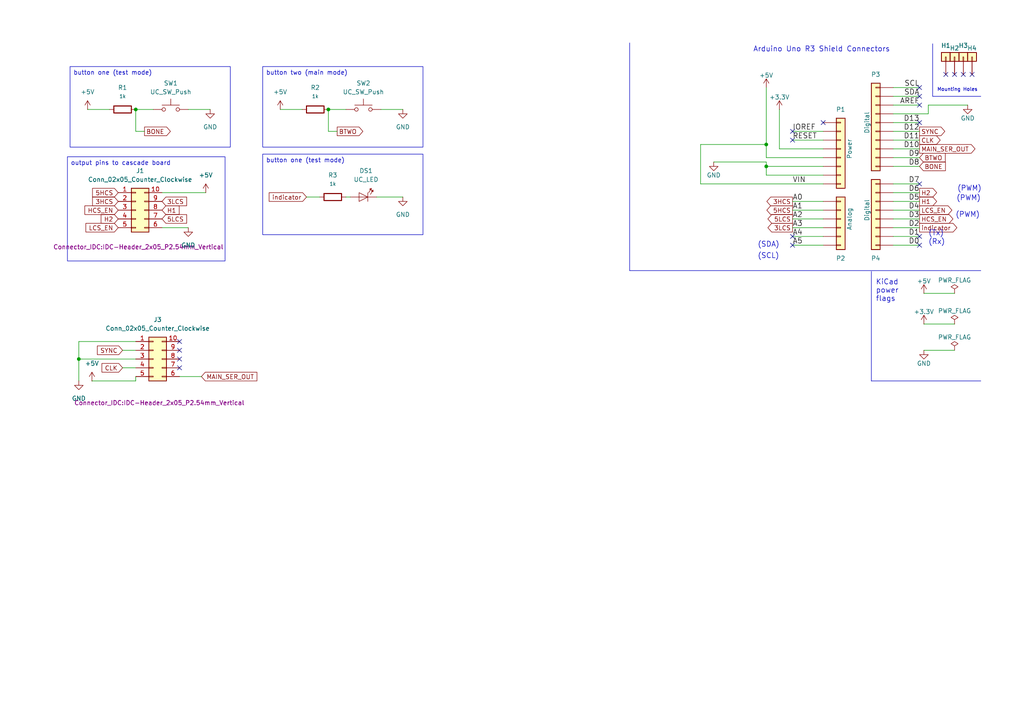
<source format=kicad_sch>
(kicad_sch (version 20250114) (generator "eeschema") (generator_version "9.0")
  (paper "A4")
  (title_block (title "[Your project name here]") (date "2025-01-15") (rev "D") (company "[Your name here]") (comment 1 "(UC Arduino Shield Template by Richard Lane & Allan McInnes)"))
  (lib_symbols
    (symbol "Conn_01x01_1" (pin_numbers (hide yes)) (pin_names (offset 1.016) (hide yes))
      (property "Reference" "J" (at 0 2.54 0))
      (property "Value" "Conn_01x01" (at 0 -2.54 0))
      (symbol "Conn_01x01_1_1_1"
        (rectangle (start -1.27 1.27) (end 1.27 -1.27) (stroke (width 0.254)) (fill (type background)))
        (rectangle (start -1.27 0.127) (end 0 -0.127) (stroke (width 0.1524)))
        (pin passive line (at -5.08 0 0) (length 3.81) (name "Pin_1") (number "1"))
      )
    )
    (symbol "Conn_01x01_2" (pin_numbers (hide yes)) (pin_names (offset 1.016) (hide yes))
      (property "Reference" "J" (at 0 2.54 0))
      (property "Value" "Conn_01x01" (at 0 -2.54 0))
      (symbol "Conn_01x01_2_1_1"
        (rectangle (start -1.27 1.27) (end 1.27 -1.27) (stroke (width 0.254)) (fill (type background)))
        (rectangle (start -1.27 0.127) (end 0 -0.127) (stroke (width 0.1524)))
        (pin passive line (at -5.08 0 0) (length 3.81) (name "Pin_1") (number "1"))
      )
    )
    (symbol "Conn_01x01_3" (pin_numbers (hide yes)) (pin_names (offset 1.016) (hide yes))
      (property "Reference" "J" (at 0 2.54 0))
      (property "Value" "Conn_01x01" (at 0 -2.54 0))
      (symbol "Conn_01x01_3_1_1"
        (rectangle (start -1.27 1.27) (end 1.27 -1.27) (stroke (width 0.254)) (fill (type background)))
        (rectangle (start -1.27 0.127) (end 0 -0.127) (stroke (width 0.1524)))
        (pin passive line (at -5.08 0 0) (length 3.81) (name "Pin_1") (number "1"))
      )
    )
    (symbol "Conn_01x08_1" (pin_numbers (hide yes)) (pin_names (offset 1.016) (hide yes))
      (property "Reference" "J" (at 0 10.16 0))
      (property "Value" "Conn_01x08" (at 0 -12.7 0))
      (symbol "Conn_01x08_1_1_1"
        (rectangle (start -1.27 8.89) (end 1.27 -11.43) (stroke (width 0.254)) (fill (type background)))
        (rectangle (start -1.27 7.747) (end 0 7.493) (stroke (width 0.1524)))
        (rectangle (start -1.27 5.207) (end 0 4.953) (stroke (width 0.1524)))
        (rectangle (start -1.27 2.667) (end 0 2.413) (stroke (width 0.1524)))
        (rectangle (start -1.27 0.127) (end 0 -0.127) (stroke (width 0.1524)))
        (rectangle (start -1.27 -2.413) (end 0 -2.667) (stroke (width 0.1524)))
        (rectangle (start -1.27 -4.953) (end 0 -5.207) (stroke (width 0.1524)))
        (rectangle (start -1.27 -7.493) (end 0 -7.747) (stroke (width 0.1524)))
        (rectangle (start -1.27 -10.033) (end 0 -10.287) (stroke (width 0.1524)))
        (pin passive line (at -5.08 7.62 0) (length 3.81) (name "Pin_1") (number "1"))
        (pin passive line (at -5.08 5.08 0) (length 3.81) (name "Pin_2") (number "2"))
        (pin passive line (at -5.08 2.54 0) (length 3.81) (name "Pin_3") (number "3"))
        (pin passive line (at -5.08 0 0) (length 3.81) (name "Pin_4") (number "4"))
        (pin passive line (at -5.08 -2.54 0) (length 3.81) (name "Pin_5") (number "5"))
        (pin passive line (at -5.08 -5.08 0) (length 3.81) (name "Pin_6") (number "6"))
        (pin passive line (at -5.08 -7.62 0) (length 3.81) (name "Pin_7") (number "7"))
        (pin passive line (at -5.08 -10.16 0) (length 3.81) (name "Pin_8") (number "8"))
      )
    )
    (symbol "Connector_Generic:Conn_01x01" (pin_numbers (hide yes)) (pin_names (offset 1.016) (hide yes))
      (property "Reference" "J" (at 0 2.54 0))
      (property "Value" "Conn_01x01" (at 0 -2.54 0))
      (symbol "Conn_01x01_1_1"
        (rectangle (start -1.27 1.27) (end 1.27 -1.27) (stroke (width 0.254)) (fill (type background)))
        (rectangle (start -1.27 0.127) (end 0 -0.127) (stroke (width 0.1524)))
        (pin passive line (at -5.08 0 0) (length 3.81) (name "Pin_1") (number "1"))
      )
    )
    (symbol "Connector_Generic:Conn_01x06" (pin_numbers (hide yes)) (pin_names (offset 1.016) (hide yes))
      (property "Reference" "J" (at 0 7.62 0))
      (property "Value" "Conn_01x06" (at 0 -10.16 0))
      (symbol "Conn_01x06_1_1"
        (rectangle (start -1.27 6.35) (end 1.27 -8.89) (stroke (width 0.254)) (fill (type background)))
        (rectangle (start -1.27 5.207) (end 0 4.953) (stroke (width 0.1524)))
        (rectangle (start -1.27 2.667) (end 0 2.413) (stroke (width 0.1524)))
        (rectangle (start -1.27 0.127) (end 0 -0.127) (stroke (width 0.1524)))
        (rectangle (start -1.27 -2.413) (end 0 -2.667) (stroke (width 0.1524)))
        (rectangle (start -1.27 -4.953) (end 0 -5.207) (stroke (width 0.1524)))
        (rectangle (start -1.27 -7.493) (end 0 -7.747) (stroke (width 0.1524)))
        (pin passive line (at -5.08 5.08 0) (length 3.81) (name "Pin_1") (number "1"))
        (pin passive line (at -5.08 2.54 0) (length 3.81) (name "Pin_2") (number "2"))
        (pin passive line (at -5.08 0 0) (length 3.81) (name "Pin_3") (number "3"))
        (pin passive line (at -5.08 -2.54 0) (length 3.81) (name "Pin_4") (number "4"))
        (pin passive line (at -5.08 -5.08 0) (length 3.81) (name "Pin_5") (number "5"))
        (pin passive line (at -5.08 -7.62 0) (length 3.81) (name "Pin_6") (number "6"))
      )
    )
    (symbol "Connector_Generic:Conn_01x08" (pin_numbers (hide yes)) (pin_names (offset 1.016) (hide yes))
      (property "Reference" "J" (at 0 10.16 0))
      (property "Value" "Conn_01x08" (at 0 -12.7 0))
      (symbol "Conn_01x08_1_1"
        (rectangle (start -1.27 8.89) (end 1.27 -11.43) (stroke (width 0.254)) (fill (type background)))
        (rectangle (start -1.27 7.747) (end 0 7.493) (stroke (width 0.1524)))
        (rectangle (start -1.27 5.207) (end 0 4.953) (stroke (width 0.1524)))
        (rectangle (start -1.27 2.667) (end 0 2.413) (stroke (width 0.1524)))
        (rectangle (start -1.27 0.127) (end 0 -0.127) (stroke (width 0.1524)))
        (rectangle (start -1.27 -2.413) (end 0 -2.667) (stroke (width 0.1524)))
        (rectangle (start -1.27 -4.953) (end 0 -5.207) (stroke (width 0.1524)))
        (rectangle (start -1.27 -7.493) (end 0 -7.747) (stroke (width 0.1524)))
        (rectangle (start -1.27 -10.033) (end 0 -10.287) (stroke (width 0.1524)))
        (pin passive line (at -5.08 7.62 0) (length 3.81) (name "Pin_1") (number "1"))
        (pin passive line (at -5.08 5.08 0) (length 3.81) (name "Pin_2") (number "2"))
        (pin passive line (at -5.08 2.54 0) (length 3.81) (name "Pin_3") (number "3"))
        (pin passive line (at -5.08 0 0) (length 3.81) (name "Pin_4") (number "4"))
        (pin passive line (at -5.08 -2.54 0) (length 3.81) (name "Pin_5") (number "5"))
        (pin passive line (at -5.08 -5.08 0) (length 3.81) (name "Pin_6") (number "6"))
        (pin passive line (at -5.08 -7.62 0) (length 3.81) (name "Pin_7") (number "7"))
        (pin passive line (at -5.08 -10.16 0) (length 3.81) (name "Pin_8") (number "8"))
      )
    )
    (symbol "Connector_Generic:Conn_01x10" (pin_numbers (hide yes)) (pin_names (offset 1.016) (hide yes))
      (property "Reference" "J" (at 0 12.7 0))
      (property "Value" "Conn_01x10" (at 0 -15.24 0))
      (symbol "Conn_01x10_1_1"
        (rectangle (start -1.27 11.43) (end 1.27 -13.97) (stroke (width 0.254)) (fill (type background)))
        (rectangle (start -1.27 10.287) (end 0 10.033) (stroke (width 0.1524)))
        (rectangle (start -1.27 7.747) (end 0 7.493) (stroke (width 0.1524)))
        (rectangle (start -1.27 5.207) (end 0 4.953) (stroke (width 0.1524)))
        (rectangle (start -1.27 2.667) (end 0 2.413) (stroke (width 0.1524)))
        (rectangle (start -1.27 0.127) (end 0 -0.127) (stroke (width 0.1524)))
        (rectangle (start -1.27 -2.413) (end 0 -2.667) (stroke (width 0.1524)))
        (rectangle (start -1.27 -4.953) (end 0 -5.207) (stroke (width 0.1524)))
        (rectangle (start -1.27 -7.493) (end 0 -7.747) (stroke (width 0.1524)))
        (rectangle (start -1.27 -10.033) (end 0 -10.287) (stroke (width 0.1524)))
        (rectangle (start -1.27 -12.573) (end 0 -12.827) (stroke (width 0.1524)))
        (pin passive line (at -5.08 10.16 0) (length 3.81) (name "Pin_1") (number "1"))
        (pin passive line (at -5.08 7.62 0) (length 3.81) (name "Pin_2") (number "2"))
        (pin passive line (at -5.08 5.08 0) (length 3.81) (name "Pin_3") (number "3"))
        (pin passive line (at -5.08 2.54 0) (length 3.81) (name "Pin_4") (number "4"))
        (pin passive line (at -5.08 0 0) (length 3.81) (name "Pin_5") (number "5"))
        (pin passive line (at -5.08 -2.54 0) (length 3.81) (name "Pin_6") (number "6"))
        (pin passive line (at -5.08 -5.08 0) (length 3.81) (name "Pin_7") (number "7"))
        (pin passive line (at -5.08 -7.62 0) (length 3.81) (name "Pin_8") (number "8"))
        (pin passive line (at -5.08 -10.16 0) (length 3.81) (name "Pin_9") (number "9"))
        (pin passive line (at -5.08 -12.7 0) (length 3.81) (name "Pin_10") (number "10"))
      )
    )
    (symbol "Connector_Generic:Conn_02x05_Counter_Clockwise" (pin_names (offset 1.016) (hide yes))
      (property "Reference" "J" (at 1.27 7.62 0))
      (property "Value" "Conn_02x05_Counter_Clockwise" (at 1.27 -7.62 0))
      (symbol "Conn_02x05_Counter_Clockwise_1_1"
        (rectangle (start -1.27 6.35) (end 3.81 -6.35) (stroke (width 0.254)) (fill (type background)))
        (rectangle (start -1.27 5.207) (end 0 4.953) (stroke (width 0.1524)))
        (rectangle (start -1.27 2.667) (end 0 2.413) (stroke (width 0.1524)))
        (rectangle (start -1.27 0.127) (end 0 -0.127) (stroke (width 0.1524)))
        (rectangle (start -1.27 -2.413) (end 0 -2.667) (stroke (width 0.1524)))
        (rectangle (start -1.27 -4.953) (end 0 -5.207) (stroke (width 0.1524)))
        (rectangle (start 3.81 5.207) (end 2.54 4.953) (stroke (width 0.1524)))
        (rectangle (start 3.81 2.667) (end 2.54 2.413) (stroke (width 0.1524)))
        (rectangle (start 3.81 0.127) (end 2.54 -0.127) (stroke (width 0.1524)))
        (rectangle (start 3.81 -2.413) (end 2.54 -2.667) (stroke (width 0.1524)))
        (rectangle (start 3.81 -4.953) (end 2.54 -5.207) (stroke (width 0.1524)))
        (pin passive line (at -5.08 5.08 0) (length 3.81) (name "Pin_1") (number "1"))
        (pin passive line (at -5.08 2.54 0) (length 3.81) (name "Pin_2") (number "2"))
        (pin passive line (at -5.08 0 0) (length 3.81) (name "Pin_3") (number "3"))
        (pin passive line (at -5.08 -2.54 0) (length 3.81) (name "Pin_4") (number "4"))
        (pin passive line (at -5.08 -5.08 0) (length 3.81) (name "Pin_5") (number "5"))
        (pin passive line (at 7.62 5.08 180) (length 3.81) (name "Pin_10") (number "10"))
        (pin passive line (at 7.62 2.54 180) (length 3.81) (name "Pin_9") (number "9"))
        (pin passive line (at 7.62 0 180) (length 3.81) (name "Pin_8") (number "8"))
        (pin passive line (at 7.62 -2.54 180) (length 3.81) (name "Pin_7") (number "7"))
        (pin passive line (at 7.62 -5.08 180) (length 3.81) (name "Pin_6") (number "6"))
      )
    )
    (symbol "power:+3.3V" (power) (pin_numbers (hide yes)) (pin_names (offset 0) (hide yes))
      (property "Value" "+3.3V" (at 0 3.556 0))
      (symbol "+3.3V_0_1"
        (polyline (pts (xy -0.762 1.27) (xy 0 2.54)))
        (polyline (pts (xy 0 2.54) (xy 0.762 1.27)))
        (polyline (pts (xy 0 0) (xy 0 2.54)))
      )
      (symbol "+3.3V_1_1"
        (pin power_in line (at 0 0 90) (length 0) (name "~") (number "1"))
      )
    )
    (symbol "power:+5V" (power) (pin_numbers (hide yes)) (pin_names (offset 0) (hide yes))
      (property "Value" "+5V" (at 0 3.556 0))
      (symbol "+5V_0_1"
        (polyline (pts (xy -0.762 1.27) (xy 0 2.54)))
        (polyline (pts (xy 0 2.54) (xy 0.762 1.27)))
        (polyline (pts (xy 0 0) (xy 0 2.54)))
      )
      (symbol "+5V_1_1"
        (pin power_in line (at 0 0 90) (length 0) (name "~") (number "1"))
      )
    )
    (symbol "power:GND" (power) (pin_numbers (hide yes)) (pin_names (offset 0) (hide yes))
      (property "Value" "GND" (at 0 -3.81 0))
      (symbol "GND_0_1"
        (polyline (pts (xy 0 0) (xy 0 -1.27) (xy 1.27 -1.27) (xy 0 -2.54) (xy -1.27 -1.27) (xy 0 -1.27)))
      )
      (symbol "GND_1_1"
        (pin power_in line (at 0 0 270) (length 0) (name "~") (number "1"))
      )
    )
    (symbol "power:PWR_FLAG" (power) (pin_numbers (hide yes)) (pin_names (offset 0) (hide yes))
      (property "Value" "PWR_FLAG" (at 0 3.81 0))
      (symbol "PWR_FLAG_0_0"
        (pin power_out line (at 0 0 90) (length 0) (name "~") (number "1"))
      )
      (symbol "PWR_FLAG_0_1"
        (polyline (pts (xy 0 0) (xy 0 1.27) (xy -1.016 1.905) (xy 0 2.54) (xy 1.016 1.905) (xy 0 1.27)))
      )
    )
    (symbol "power:VCC" (power) (pin_numbers (hide yes)) (pin_names (offset 0) (hide yes))
      (property "Value" "VCC" (at 0 3.556 0))
      (symbol "VCC_0_1"
        (polyline (pts (xy -0.762 1.27) (xy 0 2.54)))
        (polyline (pts (xy 0 2.54) (xy 0.762 1.27)))
        (polyline (pts (xy 0 0) (xy 0 2.54)))
      )
      (symbol "VCC_1_1"
        (pin power_in line (at 0 0 90) (length 0) (name "~") (number "1"))
      )
    )
    (symbol "uc_components:UC_LED" (pin_numbers (hide yes)) (pin_names (offset 0) (hide yes))
      (property "Reference" "DS" (at 0 2.54 0))
      (property "Value" "UC_LED" (at 0 -2.794 0))
      (symbol "UC_LED_0_1"
        (polyline (pts (xy 1.27 1.27) (xy 1.27 -1.27)))
        (polyline (pts (xy 1.27 0) (xy -1.27 1.27) (xy -1.27 -1.27) (xy 1.27 0) (xy -1.27 0) (xy -1.27 0)))
        (polyline (pts (xy 1.524 1.27) (xy 2.286 2.54) (xy 1.778 2.286) (xy 2.286 2.032) (xy 2.286 2.54) (xy 2.286 2.54)) (fill (type outline)))
        (polyline (pts (xy 2.032 0.762) (xy 2.794 2.032) (xy 2.286 1.778) (xy 2.794 1.524) (xy 2.794 2.032) (xy 2.794 2.032)) (fill (type outline)))
      )
      (symbol "UC_LED_1_1"
        (pin passive line (at -3.81 0 0) (length 2.54) (name "A") (number "2"))
        (pin passive line (at 3.81 0 180) (length 2.54) (name "K") (number "1"))
      )
    )
    (symbol "uc_components:UC_R" (pin_numbers (hide yes)) (pin_names (offset 0))
      (property "Reference" "R" (at -1.905 -0.127 90))
      (property "Value" "UC_R" (at 0.127 0 90))
      (symbol "UC_R_0_1"
        (rectangle (start -1.016 2.54) (end 1.016 -2.54) (stroke (width 0.3048)))
      )
      (symbol "UC_R_1_1"
        (pin passive line (at 0 3.81 270) (length 1.27) (name "~") (number "1"))
        (pin passive line (at 0 -3.81 90) (length 1.27) (name "~") (number "2"))
      )
    )
    (symbol "uc_components:UC_SW_Push" (pin_numbers (hide yes)) (pin_names (offset 1.016) (hide yes))
      (property "Reference" "SW" (at 1.27 2.54 0))
      (property "Value" "UC_SW_Push" (at 0 -1.524 0))
      (symbol "UC_SW_Push_0_1"
        (circle (center -2.032 0) (radius 0.508))
        (polyline (pts (xy 0 1.27) (xy 0 3.048)))
        (circle (center 2.032 0) (radius 0.508))
        (polyline (pts (xy 2.54 1.27) (xy -2.54 1.27)))
        (pin passive line (at -5.08 0 0) (length 2.54) (name "1") (number "1"))
        (pin passive line (at 5.08 0 180) (length 2.54) (name "2") (number "2"))
      )
    )
  )
  (text "KiCad \npower \nflags" (at 254 87.63 0) (effects (font (size 1.4986 1.4986)) (justify left bottom)))
  (text "(Tx)" (at 269.24 68.58 0) (effects (font (size 1.4986 1.4986)) (justify left bottom)))
  (text "(Rx)" (at 269.24 71.12 0) (effects (font (size 1.4986 1.4986)) (justify left bottom)))
  (text "Arduino Uno R3 Shield Connectors" (at 218.44 15.24 0) (effects (font (size 1.4986 1.4986)) (justify left bottom)))
  (text "(SCL)" (at 219.71 75.184 0) (effects (font (size 1.4986 1.4986)) (justify left bottom)))
  (text "Mounting Holes" (at 271.78 26.67 0) (effects (font (size 1 1)) (justify left bottom)))
  (text "(SDA)" (at 219.71 71.882 0) (effects (font (size 1.4986 1.4986)) (justify left bottom)))
  (text "(PWM)" (at 277.622 55.626 0) (effects (font (size 1.4986 1.4986)) (justify left bottom)))
  (text "(PWM)" (at 277.114 63.246 0) (effects (font (size 1.4986 1.4986)) (justify left bottom)))
  (text "(PWM)" (at 277.368 58.42 0) (effects (font (size 1.4986 1.4986)) (justify left bottom)))
  (text_box "output pins to cascade board" (at 19.558 45.466 0) (size 45.72 30.226) (margins 0.9525 0.9525 0.9525 0.9525) (effects (font (size 1.27 1.27)) (justify left top)))
  (text_box "button two (main mode)\n" (at 76.2 19.304 0) (size 46.482 23.368) (margins 0.9525 0.9525 0.9525 0.9525) (effects (font (size 1.27 1.27)) (justify left top)))
  (text_box "button one (test mode)\n" (at 20.32 19.304 0) (size 46.482 23.368) (margins 0.9525 0.9525 0.9525 0.9525) (effects (font (size 1.27 1.27)) (justify left top)))
  (text_box "button one (test mode)\n" (at 76.2 44.704 0) (size 46.482 23.368) (margins 0.9525 0.9525 0.9525 0.9525) (effects (font (size 1.27 1.27)) (justify left top)))
  (junction (at 95.25 31.75))
  (junction (at 222.25 41.91))
  (junction (at 222.25 48.26))
  (junction (at 39.37 31.75))
  (junction (at 22.86 104.14))
  (no_connect (at 52.07 106.68))
  (no_connect (at 266.7 35.56))
  (no_connect (at 279.4 21.59))
  (no_connect (at 229.87 68.58))
  (no_connect (at 52.07 99.06))
  (no_connect (at 276.86 21.59))
  (no_connect (at 229.87 38.1))
  (no_connect (at 266.7 30.48))
  (no_connect (at 266.7 68.58))
  (no_connect (at 52.07 101.6))
  (no_connect (at 281.94 21.59))
  (no_connect (at 52.07 104.14))
  (no_connect (at 274.32 21.59))
  (no_connect (at 266.7 71.12))
  (no_connect (at 266.7 53.34))
  (no_connect (at 266.7 27.94))
  (no_connect (at 238.76 35.56))
  (no_connect (at 266.7 25.4))
  (no_connect (at 229.87 40.64))
  (no_connect (at 229.87 71.12))
  (wire (pts (xy 46.99 55.88) (xy 59.69 55.88)))
  (wire (pts (xy 259.08 68.58) (xy 266.7 68.58)))
  (wire (pts (xy 259.08 63.5) (xy 266.7 63.5)))
  (wire (pts (xy 88.9 57.15) (xy 92.71 57.15)))
  (wire (pts (xy 110.49 31.75) (xy 116.84 31.75)))
  (wire (pts (xy 238.76 63.5) (xy 229.87 63.5)))
  (wire (pts (xy 259.08 38.1) (xy 266.7 38.1)))
  (wire (pts (xy 267.97 85.09) (xy 276.86 85.09)))
  (wire (pts (xy 267.97 93.98) (xy 276.86 93.98)))
  (wire (pts (xy 238.76 40.64) (xy 229.87 40.64)))
  (wire (pts (xy 259.08 35.56) (xy 266.7 35.56)))
  (wire (pts (xy 39.37 31.75) (xy 44.45 31.75)))
  (wire (pts (xy 259.08 45.72) (xy 266.7 45.72)))
  (wire (pts (xy 95.25 38.1) (xy 95.25 31.75)))
  (wire (pts (xy 226.06 43.18) (xy 226.06 31.75)))
  (wire (pts (xy 259.08 40.64) (xy 266.7 40.64)))
  (wire (pts (xy 203.2 53.34) (xy 238.76 53.34)))
  (wire (pts (xy 267.97 101.6) (xy 276.86 101.6)))
  (wire (pts (xy 238.76 45.72) (xy 222.25 45.72)))
  (wire (pts (xy 222.25 41.91) (xy 222.25 25.4)))
  (wire (pts (xy 97.79 38.1) (xy 95.25 38.1)))
  (polyline (pts (xy 182.626 78.486) (xy 284.48 78.486)))
  (wire (pts (xy 238.76 58.42) (xy 229.87 58.42)))
  (wire (pts (xy 259.08 55.88) (xy 266.7 55.88)))
  (wire (pts (xy 207.01 46.99) (xy 222.25 46.99)))
  (wire (pts (xy 259.08 58.42) (xy 266.7 58.42)))
  (wire (pts (xy 259.08 48.26) (xy 266.7 48.26)))
  (wire (pts (xy 222.25 48.26) (xy 222.25 50.8)))
  (wire (pts (xy 222.25 45.72) (xy 222.25 41.91)))
  (wire (pts (xy 222.25 46.99) (xy 222.25 48.26)))
  (wire (pts (xy 52.07 109.22) (xy 58.42 109.22)))
  (wire (pts (xy 259.08 27.94) (xy 266.7 27.94)))
  (wire (pts (xy 81.28 31.75) (xy 87.63 31.75)))
  (wire (pts (xy 203.2 53.34) (xy 203.2 41.91)))
  (wire (pts (xy 259.08 66.04) (xy 266.7 66.04)))
  (wire (pts (xy 39.37 110.49) (xy 39.37 109.22)))
  (wire (pts (xy 229.87 38.1) (xy 238.76 38.1)))
  (wire (pts (xy 238.76 60.96) (xy 229.87 60.96)))
  (polyline (pts (xy 284.48 110.49) (xy 252.73 110.49)))
  (polyline (pts (xy 252.73 110.49) (xy 252.73 78.74)))
  (wire (pts (xy 259.08 30.48) (xy 266.7 30.48)))
  (wire (pts (xy 238.76 43.18) (xy 226.06 43.18)))
  (wire (pts (xy 203.2 41.91) (xy 222.25 41.91)))
  (wire (pts (xy 238.76 48.26) (xy 222.25 48.26)))
  (wire (pts (xy 259.08 71.12) (xy 266.7 71.12)))
  (polyline (pts (xy 270.51 27.94) (xy 270.51 12.7)))
  (wire (pts (xy 259.08 33.02) (xy 269.24 33.02)))
  (wire (pts (xy 54.61 31.75) (xy 60.96 31.75)))
  (wire (pts (xy 22.86 104.14) (xy 22.86 110.49)))
  (wire (pts (xy 100.33 57.15) (xy 101.6 57.15)))
  (wire (pts (xy 109.22 57.15) (xy 116.84 57.15)))
  (wire (pts (xy 259.08 43.18) (xy 266.7 43.18)))
  (wire (pts (xy 35.56 101.6) (xy 39.37 101.6)))
  (wire (pts (xy 269.24 33.02) (xy 269.24 30.48)))
  (wire (pts (xy 269.24 30.48) (xy 280.67 30.48)))
  (wire (pts (xy 259.08 53.34) (xy 266.7 53.34)))
  (wire (pts (xy 26.67 110.49) (xy 39.37 110.49)))
  (wire (pts (xy 39.37 99.06) (xy 22.86 99.06)))
  (wire (pts (xy 39.37 104.14) (xy 22.86 104.14)))
  (wire (pts (xy 39.37 38.1) (xy 39.37 31.75)))
  (polyline (pts (xy 284.48 27.94) (xy 270.51 27.94)))
  (wire (pts (xy 238.76 71.12) (xy 229.87 71.12)))
  (wire (pts (xy 25.4 31.75) (xy 31.75 31.75)))
  (wire (pts (xy 238.76 66.04) (xy 229.87 66.04)))
  (polyline (pts (xy 182.626 12.446) (xy 182.626 78.486)))
  (wire (pts (xy 259.08 60.96) (xy 266.7 60.96)))
  (wire (pts (xy 238.76 68.58) (xy 229.87 68.58)))
  (wire (pts (xy 46.99 66.04) (xy 54.61 66.04)))
  (wire (pts (xy 238.76 50.8) (xy 222.25 50.8)))
  (wire (pts (xy 95.25 31.75) (xy 100.33 31.75)))
  (wire (pts (xy 41.91 38.1) (xy 39.37 38.1)))
  (wire (pts (xy 35.56 106.68) (xy 39.37 106.68)))
  (wire (pts (xy 22.86 99.06) (xy 22.86 104.14)))
  (wire (pts (xy 259.08 25.4) (xy 266.7 25.4)))
  (label "D6" (at 266.7 55.88 180) (effects (font (size 1.524 1.524))))
  (label "D9" (at 266.7 45.72 180) (effects (font (size 1.524 1.524))))
  (label "D12" (at 266.7 38.1 180) (effects (font (size 1.524 1.524))))
  (label "D3" (at 266.7 63.5 180) (effects (font (size 1.524 1.524))))
  (label "D5" (at 266.7 58.42 180) (effects (font (size 1.524 1.524))))
  (label "D10" (at 266.7 43.18 180) (effects (font (size 1.524 1.524))))
  (label "A2" (at 229.87 63.5 0) (effects (font (size 1.524 1.524))))
  (label "IOREF" (at 229.87 38.1 0) (effects (font (size 1.524 1.524))))
  (label "A5" (at 229.87 71.12 0) (effects (font (size 1.524 1.524))))
  (label "D2" (at 266.7 66.04 180) (effects (font (size 1.524 1.524))))
  (label "D7" (at 266.7 53.34 180) (effects (font (size 1.524 1.524))))
  (label "A4" (at 229.87 68.58 0) (effects (font (size 1.524 1.524))))
  (label "D1" (at 266.7 68.58 180) (effects (font (size 1.524 1.524))))
  (label "RESET" (at 229.87 40.64 0) (effects (font (size 1.524 1.524))))
  (label "SDA" (at 266.7 27.94 180) (effects (font (size 1.524 1.524))))
  (label "D11" (at 266.7 40.64 180) (effects (font (size 1.524 1.524))))
  (label "D4" (at 266.7 60.96 180) (effects (font (size 1.524 1.524))))
  (label "SCL" (at 266.7 25.4 180) (effects (font (size 1.524 1.524))))
  (label "A3" (at 229.87 66.04 0) (effects (font (size 1.524 1.524))))
  (label "A1" (at 229.87 60.96 0) (effects (font (size 1.524 1.524))))
  (label "A0" (at 229.87 58.42 0) (effects (font (size 1.524 1.524))))
  (label "VIN" (at 229.87 53.34 0) (effects (font (size 1.524 1.524))))
  (label "AREF" (at 266.7 30.48 180) (effects (font (size 1.524 1.524))))
  (label "D13" (at 266.7 35.56 180) (effects (font (size 1.524 1.524))))
  (label "D8" (at 266.7 48.26 180) (effects (font (size 1.524 1.524))))
  (label "D0" (at 266.7 71.12 180) (effects (font (size 1.524 1.524))))
  (global_label "H2" (shape input) (at 34.29 63.5 180) (property "Intersheetrefs" "${INTERSHEET_REFS}" (effects (hide yes))))
  (global_label "3HCS" (shape input) (at 34.29 58.42 180) (property "Intersheetrefs" "${INTERSHEET_REFS}" (effects (hide yes))))
  (global_label "SYNC" (shape input) (at 35.56 101.6 180) (property "Intersheetrefs" "${INTERSHEET_REFS}" (effects (hide yes))))
  (global_label "LCS_EN" (shape input) (at 34.29 66.04 180) (property "Intersheetrefs" "${INTERSHEET_REFS}" (effects (hide yes))))
  (global_label "indicator" (shape output) (at 266.7 66.04 0) (property "Intersheetrefs" "${INTERSHEET_REFS}" (effects (hide yes))))
  (global_label "5LCS" (shape input) (at 46.99 63.5 0) (property "Intersheetrefs" "${INTERSHEET_REFS}" (effects (hide yes))))
  (global_label "BTWO" (shape input) (at 266.7 45.72 0) (property "Intersheetrefs" "${INTERSHEET_REFS}" (effects (hide yes))))
  (global_label "5HCS" (shape output) (at 229.87 60.96 180) (property "Intersheetrefs" "${INTERSHEET_REFS}" (effects (hide yes))))
  (global_label "CLK" (shape output) (at 266.7 40.64 0) (property "Intersheetrefs" "${INTERSHEET_REFS}" (effects (hide yes))))
  (global_label "3HCS" (shape output) (at 229.87 58.42 180) (property "Intersheetrefs" "${INTERSHEET_REFS}" (effects (hide yes))))
  (global_label "indicator" (shape input) (at 88.9 57.15 180) (property "Intersheetrefs" "${INTERSHEET_REFS}" (effects (hide yes))))
  (global_label "5HCS" (shape input) (at 34.29 55.88 180) (property "Intersheetrefs" "${INTERSHEET_REFS}" (effects (hide yes))))
  (global_label "H1" (shape input) (at 46.99 60.96 0) (property "Intersheetrefs" "${INTERSHEET_REFS}" (effects (hide yes))))
  (global_label "H2" (shape output) (at 266.7 55.88 0) (property "Intersheetrefs" "${INTERSHEET_REFS}" (effects (hide yes))))
  (global_label "CLK" (shape input) (at 35.56 106.68 180) (property "Intersheetrefs" "${INTERSHEET_REFS}" (effects (hide yes))))
  (global_label "MAIN_SER_OUT" (shape output) (at 266.7 43.18 0) (property "Intersheetrefs" "${INTERSHEET_REFS}" (effects (hide yes))))
  (global_label "5LCS" (shape output) (at 229.87 63.5 180) (property "Intersheetrefs" "${INTERSHEET_REFS}" (effects (hide yes))))
  (global_label "HCS_EN" (shape input) (at 34.29 60.96 180) (property "Intersheetrefs" "${INTERSHEET_REFS}" (effects (hide yes))))
  (global_label "H1" (shape output) (at 266.7 58.42 0) (property "Intersheetrefs" "${INTERSHEET_REFS}" (effects (hide yes))))
  (global_label "BTWO" (shape output) (at 97.79 38.1 0) (property "Intersheetrefs" "${INTERSHEET_REFS}" (effects (hide yes))))
  (global_label "LCS_EN" (shape output) (at 266.7 60.96 0) (property "Intersheetrefs" "${INTERSHEET_REFS}" (effects (hide yes))))
  (global_label "3LCS" (shape output) (at 229.87 66.04 180) (property "Intersheetrefs" "${INTERSHEET_REFS}" (effects (hide yes))))
  (global_label "SYNC" (shape output) (at 266.7 38.1 0) (property "Intersheetrefs" "${INTERSHEET_REFS}" (effects (hide yes))))
  (global_label "HCS_EN" (shape output) (at 266.7 63.5 0) (property "Intersheetrefs" "${INTERSHEET_REFS}" (effects (hide yes))))
  (global_label "3LCS" (shape input) (at 46.99 58.42 0) (property "Intersheetrefs" "${INTERSHEET_REFS}" (effects (hide yes))))
  (global_label "BONE" (shape output) (at 41.91 38.1 0) (property "Intersheetrefs" "${INTERSHEET_REFS}" (effects (hide yes))))
  (global_label "BONE" (shape input) (at 266.7 48.26 0) (property "Intersheetrefs" "${INTERSHEET_REFS}" (effects (hide yes))))
  (global_label "MAIN_SER_OUT" (shape input) (at 58.42 109.22 0) (property "Intersheetrefs" "${INTERSHEET_REFS}" (effects (hide yes))))
  (symbol (lib_id "Connector_Generic:Conn_01x08") (at 243.84 43.18 0) (unit 1)
    (property "Reference" "P1" (at 243.84 31.75 0))
    (property "Value" "Power" (at 246.38 43.18 90))
    (property "Footprint" "Socket_Arduino_Uno:Socket_Strip_Arduino_1x08" (effects (hide yes)))
  )
  (symbol (lib_id "power:+3.3V") (at 226.06 31.75 0) (unit 1)
    (property "Reference" "#PWR03" (effects (hide yes)))
    (property "Value" "+3.3V" (at 226.06 28.194 0))
  )
  (symbol (lib_id "power:GND") (at 207.01 46.99 0) (unit 1)
    (property "Reference" "#PWR01" (effects (hide yes)))
    (property "Value" "GND" (at 207.01 50.8 0))
  )
  (symbol (lib_id "power:GND") (at 280.67 30.48 0) (unit 1)
    (property "Reference" "#PWR07" (effects (hide yes)))
    (property "Value" "GND" (at 280.67 34.29 0))
  )
  (symbol (lib_id "Connector_Generic:Conn_01x06") (at 243.84 63.5 0) (unit 1)
    (property "Reference" "P2" (at 243.84 74.93 0))
    (property "Value" "Analog" (at 246.38 63.5 90))
    (property "Footprint" "Socket_Arduino_Uno:Socket_Strip_Arduino_1x06" (effects (hide yes)))
  )
  (symbol (lib_name "Conn_01x01_1") (lib_id "Connector_Generic:Conn_01x01") (at 274.32 16.51 90) (unit 1)
    (property "Reference" "H1" (at 274.32 13.208 90))
    (property "Value" "CONN_01X01" (effects (hide yes)))
    (property "Footprint" "Socket_Arduino_Uno:Mounting_Hole" (effects (hide yes)))
  )
  (symbol (lib_name "Conn_01x01_2") (lib_id "Connector_Generic:Conn_01x01") (at 276.86 16.51 90) (unit 1)
    (property "Reference" "H2" (at 276.86 13.97 90))
    (property "Value" "CONN_01X01" (effects (hide yes)))
    (property "Footprint" "Socket_Arduino_Uno:Mounting_Hole" (effects (hide yes)))
  )
  (symbol (lib_name "Conn_01x01_3") (lib_id "Connector_Generic:Conn_01x01") (at 279.4 16.51 90) (unit 1)
    (property "Reference" "H3" (at 279.4 13.208 90))
    (property "Value" "CONN_01X01" (effects (hide yes)))
    (property "Footprint" "Socket_Arduino_Uno:Mounting_Hole" (effects (hide yes)))
  )
  (symbol (lib_id "Connector_Generic:Conn_01x01") (at 281.94 16.51 90) (unit 1)
    (property "Reference" "H4" (at 281.94 13.97 90))
    (property "Value" "CONN_01X01" (effects (hide yes)))
    (property "Footprint" "Socket_Arduino_Uno:Mounting_Hole" (effects (hide yes)))
  )
  (symbol (lib_name "Conn_01x08_1") (lib_id "Connector_Generic:Conn_01x08") (at 254 60.96 0) (mirror y) (unit 1)
    (property "Reference" "P4" (at 254 74.93 0))
    (property "Value" "Digital" (at 251.46 60.96 90))
    (property "Footprint" "Socket_Arduino_Uno:Socket_Strip_Arduino_1x08" (effects (hide yes)))
  )
  (symbol (lib_id "Connector_Generic:Conn_01x10") (at 254 35.56 0) (mirror y) (unit 1)
    (property "Reference" "P3" (at 254 21.59 0))
    (property "Value" "Digital" (at 251.46 35.56 90))
    (property "Footprint" "Socket_Arduino_Uno:Socket_Strip_Arduino_1x10" (effects (hide yes)))
  )
  (symbol (lib_id "power:+5V") (at 267.97 85.09 0) (unit 1)
    (property "Reference" "#PWR04" (effects (hide yes)))
    (property "Value" "+5V" (at 267.97 81.534 0))
  )
  (symbol (lib_id "power:+3.3V") (at 267.97 93.98 0) (unit 1)
    (property "Reference" "#PWR05" (effects (hide yes)))
    (property "Value" "+3.3V" (at 267.97 90.424 0))
  )
  (symbol (lib_id "power:GND") (at 267.97 101.6 0) (unit 1)
    (property "Reference" "#PWR06" (effects (hide yes)))
    (property "Value" "GND" (at 267.97 105.41 0))
  )
  (symbol (lib_id "power:PWR_FLAG") (at 276.86 85.09 0) (unit 1)
    (property "Reference" "#FLG01" (effects (hide yes)))
    (property "Value" "PWR_FLAG" (at 276.86 81.28 0))
  )
  (symbol (lib_id "power:PWR_FLAG") (at 276.86 93.98 0) (unit 1)
    (property "Reference" "#FLG02" (effects (hide yes)))
    (property "Value" "PWR_FLAG" (at 276.86 90.17 0))
  )
  (symbol (lib_id "power:PWR_FLAG") (at 276.86 101.6 0) (unit 1)
    (property "Reference" "#FLG03" (effects (hide yes)))
    (property "Value" "PWR_FLAG" (at 276.86 97.79 0))
  )
  (symbol (lib_id "power:VCC") (at 26.67 110.49 0) (unit 1)
    (property "Reference" "#PWR016" (effects (hide yes)))
    (property "Value" "+5V" (at 26.67 105.41 0))
    (property "Description" "Power symbol creates a global label with name \"VCC\"" (effects (hide yes)))
  )
  (symbol (lib_id "power:GND") (at 60.96 31.75 0) (unit 1)
    (property "Reference" "#PWR09" (effects (hide yes)))
    (property "Value" "GND" (at 60.96 36.83 0))
    (property "Description" "Power symbol creates a global label with name \"GND\" , ground" (effects (hide yes)))
  )
  (symbol (lib_id "uc_components:UC_R") (at 91.44 31.75 90) (unit 1)
    (property "Reference" "R2" (at 91.44 25.4 90))
    (property "Value" "1k" (at 91.44 27.94 90) (effects (font (size 1.016 1.016))))
    (property "Footprint" "Resistor_THT:R_Axial_DIN0207_L6.3mm_D2.5mm_P7.62mm_Horizontal" (effects (hide yes)))
  )
  (symbol (lib_id "power:+5V") (at 25.4 31.75 0) (unit 1)
    (property "Reference" "#PWR08" (effects (hide yes)))
    (property "Value" "+5V" (at 25.4 26.67 0))
    (property "Description" "Power symbol creates a global label with name \"+5V\"" (effects (hide yes)))
  )
  (symbol (lib_id "power:GND") (at 116.84 57.15 0) (unit 1)
    (property "Reference" "#PWR013" (effects (hide yes)))
    (property "Value" "GND" (at 116.84 62.23 0))
    (property "Description" "Power symbol creates a global label with name \"GND\" , ground" (effects (hide yes)))
  )
  (symbol (lib_id "Connector_Generic:Conn_02x05_Counter_Clockwise") (at 39.37 60.96 0) (unit 1)
    (property "Reference" "J1" (at 40.64 49.53 0))
    (property "Value" "Conn_02x05_Counter_Clockwise" (at 40.64 52.07 0))
    (property "Footprint" "Connector_IDC:IDC-Header_2x05_P2.54mm_Vertical" (at 40.132 71.628 0))
    (property "Description" "Generic connector, double row, 02x05, counter clockwise pin numbering scheme (similar to DIP package numbering), script generated (kicad-library-utils/schlib/autogen/connector/)" (effects (hide yes)))
  )
  (symbol (lib_id "uc_components:UC_R") (at 96.52 57.15 90) (unit 1)
    (property "Reference" "R3" (at 96.52 50.8 90))
    (property "Value" "1k" (at 96.52 53.34 90) (effects (font (size 1.016 1.016))))
    (property "Footprint" "Resistor_THT:R_Axial_DIN0207_L6.3mm_D2.5mm_P7.62mm_Horizontal" (effects (hide yes)))
  )
  (symbol (lib_id "uc_components:UC_SW_Push") (at 105.41 31.75 0) (unit 1)
    (property "Reference" "SW2" (at 105.41 24.13 0))
    (property "Value" "UC_SW_Push" (at 105.41 26.67 0))
    (property "Footprint" "Button_Switch_THT:SW_PUSH_6mm_H5mm" (effects (hide yes)))
  )
  (symbol (lib_id "uc_components:UC_SW_Push") (at 49.53 31.75 0) (unit 1)
    (property "Reference" "SW1" (at 49.53 24.13 0))
    (property "Value" "UC_SW_Push" (at 49.53 26.67 0))
    (property "Footprint" "Button_Switch_THT:SW_PUSH_6mm_H5mm" (effects (hide yes)))
  )
  (symbol (lib_id "power:GND") (at 116.84 31.75 0) (unit 1)
    (property "Reference" "#PWR011" (effects (hide yes)))
    (property "Value" "GND" (at 116.84 36.83 0))
    (property "Description" "Power symbol creates a global label with name \"GND\" , ground" (effects (hide yes)))
  )
  (symbol (lib_id "power:+5V") (at 59.69 55.88 0) (unit 1)
    (property "Reference" "#PWR014" (effects (hide yes)))
    (property "Value" "+5V" (at 59.69 50.8 0))
    (property "Description" "Power symbol creates a global label with name \"+5V\"" (effects (hide yes)))
  )
  (symbol (lib_id "Connector_Generic:Conn_02x05_Counter_Clockwise") (at 44.45 104.14 0) (unit 1)
    (property "Reference" "J3" (at 45.72 92.71 0))
    (property "Value" "Conn_02x05_Counter_Clockwise" (at 45.72 95.25 0))
    (property "Footprint" "Connector_IDC:IDC-Header_2x05_P2.54mm_Vertical" (at 46.228 116.84 0))
    (property "Description" "Generic connector, double row, 02x05, counter clockwise pin numbering scheme (similar to DIP package numbering), script generated (kicad-library-utils/schlib/autogen/connector/)" (effects (hide yes)))
  )
  (symbol (lib_id "uc_components:UC_R") (at 35.56 31.75 90) (unit 1)
    (property "Reference" "R1" (at 35.56 25.4 90))
    (property "Value" "1k" (at 35.56 27.94 90) (effects (font (size 1.016 1.016))))
    (property "Footprint" "Resistor_THT:R_Axial_DIN0207_L6.3mm_D2.5mm_P7.62mm_Horizontal" (effects (hide yes)))
  )
  (symbol (lib_id "uc_components:UC_LED") (at 105.41 57.15 0) (unit 1)
    (property "Reference" "DS1" (at 106.172 49.53 0))
    (property "Value" "UC_LED" (at 106.172 52.07 0))
    (property "Footprint" "LED_THT:LED_D5.0mm" (effects (hide yes)))
    (property "Sim.Device" "D" (effects (hide yes)))
    (property "Sim.Pins" "1=K 2=A" (effects (hide yes)))
    (property "Sim.Params" "n=2.72" (effects (hide yes)))
  )
  (symbol (lib_id "power:GND") (at 54.61 66.04 0) (unit 1)
    (property "Reference" "#PWR012" (effects (hide yes)))
    (property "Value" "GND" (at 54.61 71.12 0))
    (property "Description" "Power symbol creates a global label with name \"GND\" , ground" (effects (hide yes)))
  )
  (symbol (lib_id "power:+5V") (at 222.25 25.4 0) (unit 1)
    (property "Reference" "#PWR02" (effects (hide yes)))
    (property "Value" "+5V" (at 222.25 21.844 0))
  )
  (symbol (lib_id "power:+5V") (at 81.28 31.75 0) (unit 1)
    (property "Reference" "#PWR010" (effects (hide yes)))
    (property "Value" "+5V" (at 81.28 26.67 0))
    (property "Description" "Power symbol creates a global label with name \"+5V\"" (effects (hide yes)))
  )
  (symbol (lib_id "power:GND") (at 22.86 110.49 0) (unit 1)
    (property "Reference" "#PWR015" (effects (hide yes)))
    (property "Value" "GND" (at 22.86 115.57 0))
    (property "Description" "Power symbol creates a global label with name \"GND\" , ground" (effects (hide yes)))
  )
)
</source>
